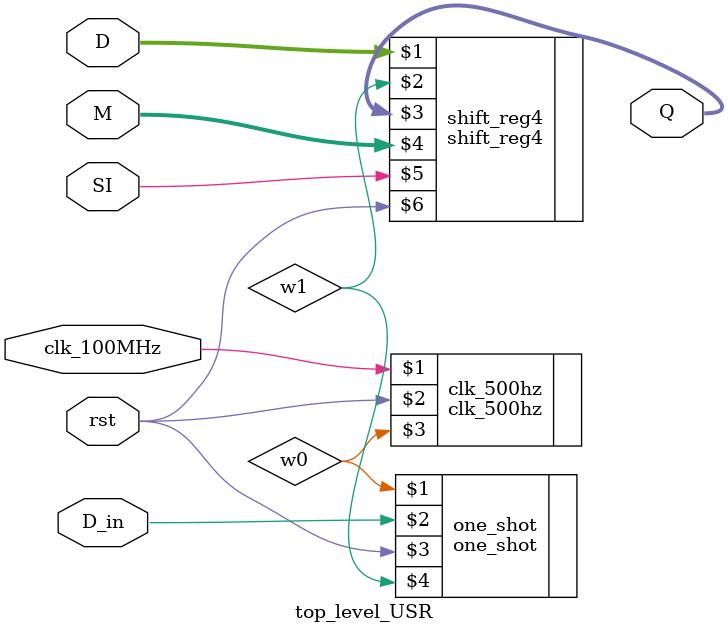
<source format=v>
`timescale 1ns / 1ps
/*****************************************************************************************************************
*File Name: d_flip_flop.v
*Project : 1
*Designer: Yamin Yee(Laura)
*Email: Yamin.Yee@student.csulb.edu
*Rev.Date: January 27, 2018
*
*Purpose: To design and implement a sequential circuit for Top level diagram for Universal Shift Register
*
*Notes: Since this is the top_level Schimetic and so we need to use two wires in order to able to connecct each
and so I named w0 and w1 to connect clk_5ooHz and one shot modules or verilog. So as the top level, there are 6 inputs 
and one output. Since I am using sturctural verilog and so I used wires.
*****************************************************************************************************************/
//module name and    port lists
module top_level_USR( clk_100MHz, rst, D_in, M, SI, D, Q);
	//inputs
	input clk_100MHz, rst, D_in, SI;
	input [1:0] M;
	input [3:0] D;
	//outputs
	output[3:0] Q;

	//name wires to connect clk_500hz, one shot and shift reg
	wire w0,w1;
	
	          //clk_500hz( clk_in,      rst, clk_out);
	clk_500hz clk_500hz  ( clk_100MHz,  rst,      w0);
	
         //one_shot (clk, D_in, rst, D_out);
	one_shot one_shot (w0, D_in, rst,    w1);
	
	         //shift_reg4( D, clk, Q, M, SI, rst );
	shift_reg4 shift_reg4( D, w1,  Q, M, SI, rst );

endmodule

</source>
